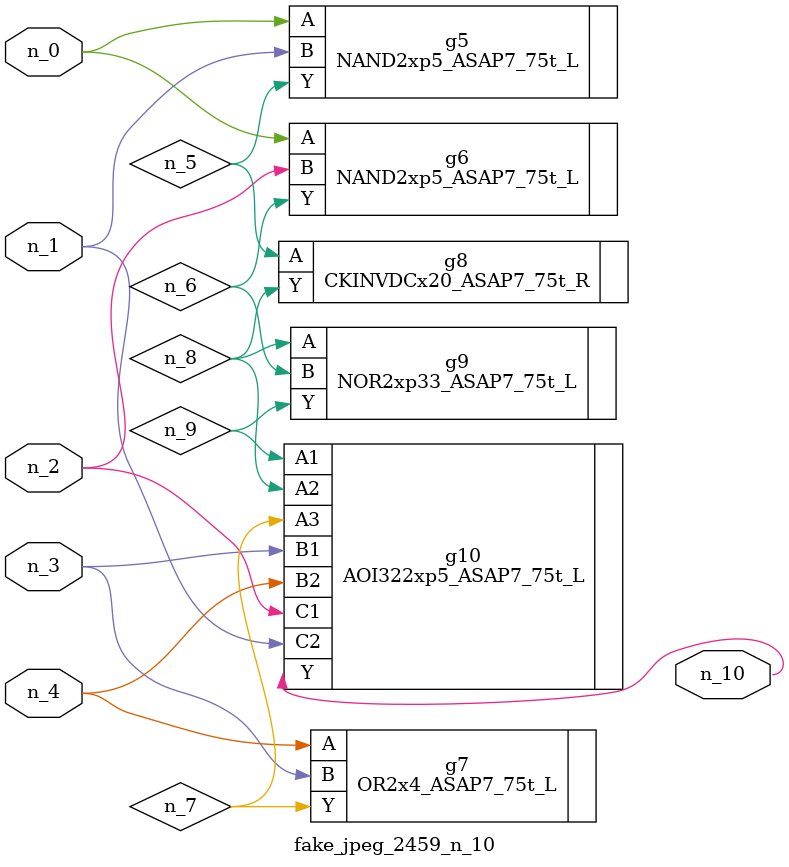
<source format=v>
module fake_jpeg_2459_n_10 (n_3, n_2, n_1, n_0, n_4, n_10);

input n_3;
input n_2;
input n_1;
input n_0;
input n_4;

output n_10;

wire n_8;
wire n_9;
wire n_6;
wire n_5;
wire n_7;

NAND2xp5_ASAP7_75t_L g5 ( 
.A(n_0),
.B(n_1),
.Y(n_5)
);

NAND2xp5_ASAP7_75t_L g6 ( 
.A(n_0),
.B(n_2),
.Y(n_6)
);

OR2x4_ASAP7_75t_L g7 ( 
.A(n_4),
.B(n_3),
.Y(n_7)
);

CKINVDCx20_ASAP7_75t_R g8 ( 
.A(n_5),
.Y(n_8)
);

NOR2xp33_ASAP7_75t_L g9 ( 
.A(n_8),
.B(n_6),
.Y(n_9)
);

AOI322xp5_ASAP7_75t_L g10 ( 
.A1(n_9),
.A2(n_8),
.A3(n_7),
.B1(n_3),
.B2(n_4),
.C1(n_2),
.C2(n_1),
.Y(n_10)
);


endmodule
</source>
